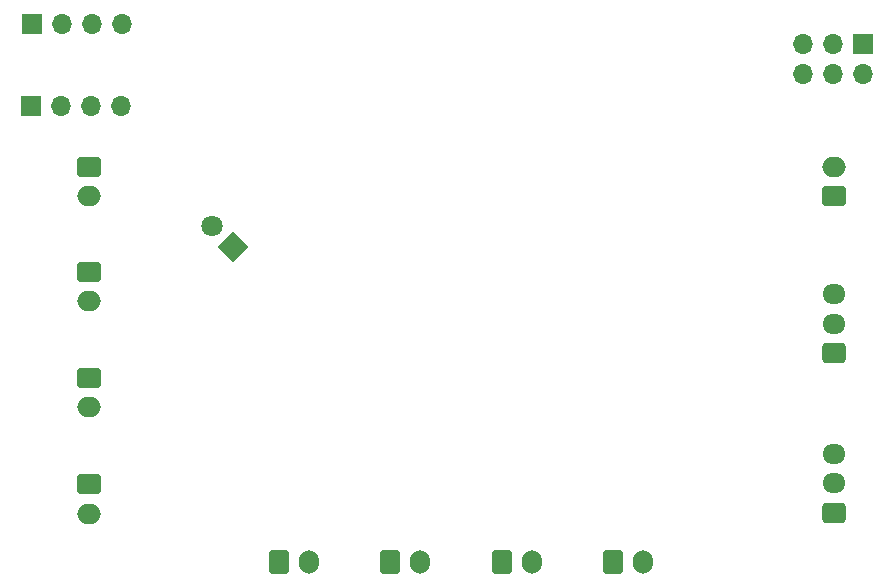
<source format=gbs>
G04 #@! TF.GenerationSoftware,KiCad,Pcbnew,7.0.5*
G04 #@! TF.CreationDate,2024-08-04T19:03:28+08:00*
G04 #@! TF.ProjectId,Vehicle_Control_Unit_VCU_V1,56656869-636c-4655-9f43-6f6e74726f6c,rev?*
G04 #@! TF.SameCoordinates,Original*
G04 #@! TF.FileFunction,Soldermask,Bot*
G04 #@! TF.FilePolarity,Negative*
%FSLAX46Y46*%
G04 Gerber Fmt 4.6, Leading zero omitted, Abs format (unit mm)*
G04 Created by KiCad (PCBNEW 7.0.5) date 2024-08-04 19:03:28*
%MOMM*%
%LPD*%
G01*
G04 APERTURE LIST*
G04 Aperture macros list*
%AMRoundRect*
0 Rectangle with rounded corners*
0 $1 Rounding radius*
0 $2 $3 $4 $5 $6 $7 $8 $9 X,Y pos of 4 corners*
0 Add a 4 corners polygon primitive as box body*
4,1,4,$2,$3,$4,$5,$6,$7,$8,$9,$2,$3,0*
0 Add four circle primitives for the rounded corners*
1,1,$1+$1,$2,$3*
1,1,$1+$1,$4,$5*
1,1,$1+$1,$6,$7*
1,1,$1+$1,$8,$9*
0 Add four rect primitives between the rounded corners*
20,1,$1+$1,$2,$3,$4,$5,0*
20,1,$1+$1,$4,$5,$6,$7,0*
20,1,$1+$1,$6,$7,$8,$9,0*
20,1,$1+$1,$8,$9,$2,$3,0*%
%AMRotRect*
0 Rectangle, with rotation*
0 The origin of the aperture is its center*
0 $1 length*
0 $2 width*
0 $3 Rotation angle, in degrees counterclockwise*
0 Add horizontal line*
21,1,$1,$2,0,0,$3*%
G04 Aperture macros list end*
%ADD10RoundRect,0.250000X-0.750000X0.600000X-0.750000X-0.600000X0.750000X-0.600000X0.750000X0.600000X0*%
%ADD11O,2.000000X1.700000*%
%ADD12RotRect,1.800000X1.800000X135.000000*%
%ADD13C,1.800000*%
%ADD14RoundRect,0.250000X0.725000X-0.600000X0.725000X0.600000X-0.725000X0.600000X-0.725000X-0.600000X0*%
%ADD15O,1.950000X1.700000*%
%ADD16RoundRect,0.250000X0.750000X-0.600000X0.750000X0.600000X-0.750000X0.600000X-0.750000X-0.600000X0*%
%ADD17RoundRect,0.250000X-0.600000X-0.750000X0.600000X-0.750000X0.600000X0.750000X-0.600000X0.750000X0*%
%ADD18O,1.700000X2.000000*%
%ADD19R,1.700000X1.700000*%
%ADD20O,1.700000X1.700000*%
G04 APERTURE END LIST*
D10*
X122350000Y-111500000D03*
D11*
X122350000Y-114000000D03*
D12*
X134551561Y-100401561D03*
D13*
X132755510Y-98605510D03*
D14*
X185450000Y-109400000D03*
D15*
X185450000Y-106900000D03*
X185450000Y-104400000D03*
D16*
X185450000Y-96100000D03*
D11*
X185450000Y-93600000D03*
D14*
X185450000Y-122900000D03*
D15*
X185450000Y-120400000D03*
X185450000Y-117900000D03*
D17*
X138425000Y-127100000D03*
D18*
X140925000Y-127100000D03*
D19*
X117510000Y-81500000D03*
D20*
X120050000Y-81500000D03*
X122590000Y-81500000D03*
X125130000Y-81500000D03*
D19*
X187875000Y-83225000D03*
D20*
X187875000Y-85765000D03*
X185335000Y-83225000D03*
X185335000Y-85765000D03*
X182795000Y-83225000D03*
X182795000Y-85765000D03*
D10*
X122350000Y-102500000D03*
D11*
X122350000Y-105000000D03*
D19*
X117450000Y-88500000D03*
D20*
X119990000Y-88500000D03*
X122530000Y-88500000D03*
X125070000Y-88500000D03*
D10*
X122325000Y-120500000D03*
D11*
X122325000Y-123000000D03*
D17*
X166725000Y-127100000D03*
D18*
X169225000Y-127100000D03*
D10*
X122350000Y-93600000D03*
D11*
X122350000Y-96100000D03*
D17*
X157325000Y-127100000D03*
D18*
X159825000Y-127100000D03*
D17*
X147825000Y-127100000D03*
D18*
X150325000Y-127100000D03*
M02*

</source>
